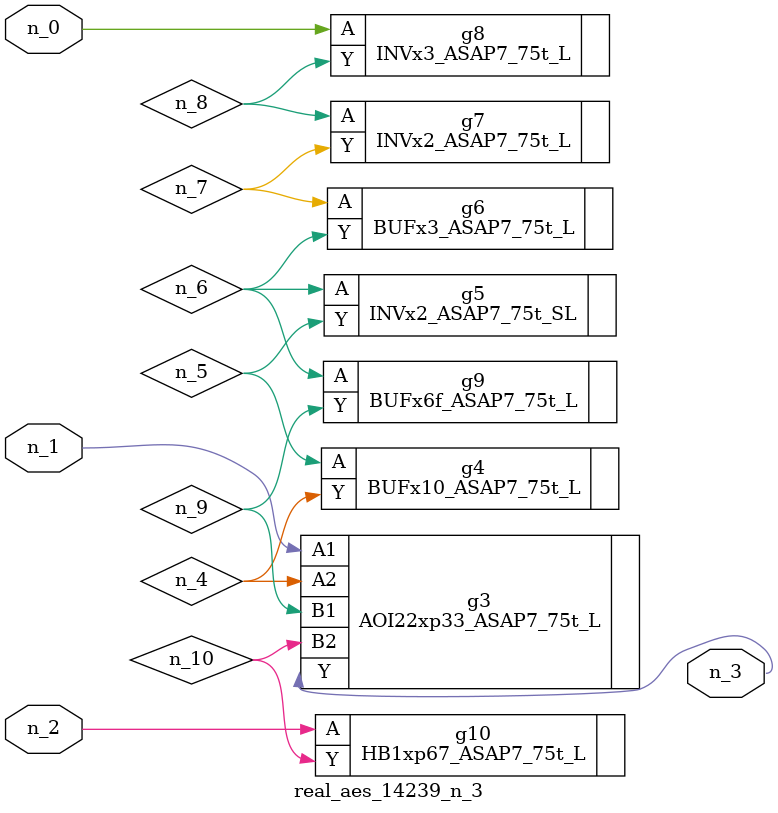
<source format=v>
module real_aes_14239_n_3 (n_0, n_2, n_1, n_3);
input n_0;
input n_2;
input n_1;
output n_3;
wire n_4;
wire n_5;
wire n_7;
wire n_9;
wire n_6;
wire n_8;
wire n_10;
INVx3_ASAP7_75t_L g8 ( .A(n_0), .Y(n_8) );
AOI22xp33_ASAP7_75t_L g3 ( .A1(n_1), .A2(n_4), .B1(n_9), .B2(n_10), .Y(n_3) );
HB1xp67_ASAP7_75t_L g10 ( .A(n_2), .Y(n_10) );
BUFx10_ASAP7_75t_L g4 ( .A(n_5), .Y(n_4) );
INVx2_ASAP7_75t_SL g5 ( .A(n_6), .Y(n_5) );
BUFx6f_ASAP7_75t_L g9 ( .A(n_6), .Y(n_9) );
BUFx3_ASAP7_75t_L g6 ( .A(n_7), .Y(n_6) );
INVx2_ASAP7_75t_L g7 ( .A(n_8), .Y(n_7) );
endmodule
</source>
